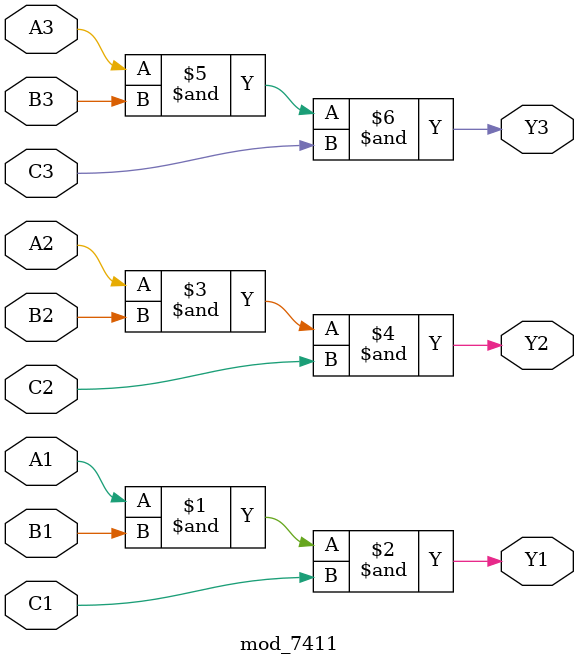
<source format=v>
module mod_7411 (
	input A1, input B1, input C1, output Y1, 
	input A2, input B2, input C2, output Y2, 
	input A3, input B3, input C3, output Y3 
);
	assign Y1 = A1 & B1 & C1;
	assign Y2 = A2 & B2 & C2;
	assign Y3 = A3 & B3 & C3;
endmodule

</source>
